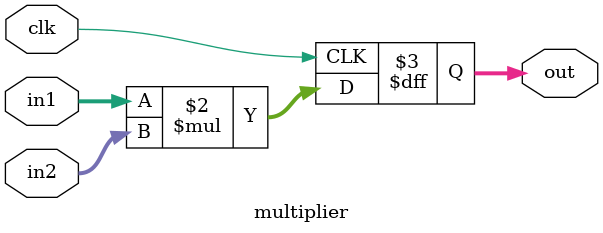
<source format=v>
`timescale 1ns/1ps
module multiplier (
  input clk,
  input [15:0] in1,
  input [15:0] in2,
  output reg [31:0] out
);

  always @(posedge clk) begin
    out <= in1 * in2;
  end

endmodule

</source>
